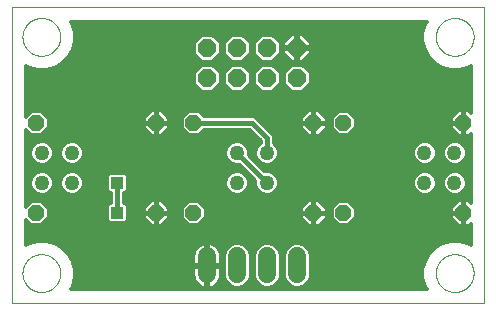
<source format=gtl>
G75*
%MOIN*%
%OFA0B0*%
%FSLAX25Y25*%
%IPPOS*%
%LPD*%
%AMOC8*
5,1,8,0,0,1.08239X$1,22.5*
%
%ADD10C,0.00000*%
%ADD11OC8,0.06000*%
%ADD12OC8,0.05200*%
%ADD13C,0.05000*%
%ADD14C,0.06000*%
%ADD15C,0.01000*%
%ADD16C,0.01600*%
%ADD17R,0.03962X0.03962*%
D10*
X0004948Y0001500D02*
X0004948Y0099925D01*
X0162428Y0099925D01*
X0162428Y0001500D01*
X0004948Y0001500D01*
X0008492Y0011343D02*
X0008494Y0011501D01*
X0008500Y0011659D01*
X0008510Y0011817D01*
X0008524Y0011975D01*
X0008542Y0012132D01*
X0008563Y0012289D01*
X0008589Y0012445D01*
X0008619Y0012601D01*
X0008652Y0012756D01*
X0008690Y0012909D01*
X0008731Y0013062D01*
X0008776Y0013214D01*
X0008825Y0013365D01*
X0008878Y0013514D01*
X0008934Y0013662D01*
X0008994Y0013808D01*
X0009058Y0013953D01*
X0009126Y0014096D01*
X0009197Y0014238D01*
X0009271Y0014378D01*
X0009349Y0014515D01*
X0009431Y0014651D01*
X0009515Y0014785D01*
X0009604Y0014916D01*
X0009695Y0015045D01*
X0009790Y0015172D01*
X0009887Y0015297D01*
X0009988Y0015419D01*
X0010092Y0015538D01*
X0010199Y0015655D01*
X0010309Y0015769D01*
X0010422Y0015880D01*
X0010537Y0015989D01*
X0010655Y0016094D01*
X0010776Y0016196D01*
X0010899Y0016296D01*
X0011025Y0016392D01*
X0011153Y0016485D01*
X0011283Y0016575D01*
X0011416Y0016661D01*
X0011551Y0016745D01*
X0011687Y0016824D01*
X0011826Y0016901D01*
X0011967Y0016973D01*
X0012109Y0017043D01*
X0012253Y0017108D01*
X0012399Y0017170D01*
X0012546Y0017228D01*
X0012695Y0017283D01*
X0012845Y0017334D01*
X0012996Y0017381D01*
X0013148Y0017424D01*
X0013301Y0017463D01*
X0013456Y0017499D01*
X0013611Y0017530D01*
X0013767Y0017558D01*
X0013923Y0017582D01*
X0014080Y0017602D01*
X0014238Y0017618D01*
X0014395Y0017630D01*
X0014554Y0017638D01*
X0014712Y0017642D01*
X0014870Y0017642D01*
X0015028Y0017638D01*
X0015187Y0017630D01*
X0015344Y0017618D01*
X0015502Y0017602D01*
X0015659Y0017582D01*
X0015815Y0017558D01*
X0015971Y0017530D01*
X0016126Y0017499D01*
X0016281Y0017463D01*
X0016434Y0017424D01*
X0016586Y0017381D01*
X0016737Y0017334D01*
X0016887Y0017283D01*
X0017036Y0017228D01*
X0017183Y0017170D01*
X0017329Y0017108D01*
X0017473Y0017043D01*
X0017615Y0016973D01*
X0017756Y0016901D01*
X0017895Y0016824D01*
X0018031Y0016745D01*
X0018166Y0016661D01*
X0018299Y0016575D01*
X0018429Y0016485D01*
X0018557Y0016392D01*
X0018683Y0016296D01*
X0018806Y0016196D01*
X0018927Y0016094D01*
X0019045Y0015989D01*
X0019160Y0015880D01*
X0019273Y0015769D01*
X0019383Y0015655D01*
X0019490Y0015538D01*
X0019594Y0015419D01*
X0019695Y0015297D01*
X0019792Y0015172D01*
X0019887Y0015045D01*
X0019978Y0014916D01*
X0020067Y0014785D01*
X0020151Y0014651D01*
X0020233Y0014515D01*
X0020311Y0014378D01*
X0020385Y0014238D01*
X0020456Y0014096D01*
X0020524Y0013953D01*
X0020588Y0013808D01*
X0020648Y0013662D01*
X0020704Y0013514D01*
X0020757Y0013365D01*
X0020806Y0013214D01*
X0020851Y0013062D01*
X0020892Y0012909D01*
X0020930Y0012756D01*
X0020963Y0012601D01*
X0020993Y0012445D01*
X0021019Y0012289D01*
X0021040Y0012132D01*
X0021058Y0011975D01*
X0021072Y0011817D01*
X0021082Y0011659D01*
X0021088Y0011501D01*
X0021090Y0011343D01*
X0021088Y0011185D01*
X0021082Y0011027D01*
X0021072Y0010869D01*
X0021058Y0010711D01*
X0021040Y0010554D01*
X0021019Y0010397D01*
X0020993Y0010241D01*
X0020963Y0010085D01*
X0020930Y0009930D01*
X0020892Y0009777D01*
X0020851Y0009624D01*
X0020806Y0009472D01*
X0020757Y0009321D01*
X0020704Y0009172D01*
X0020648Y0009024D01*
X0020588Y0008878D01*
X0020524Y0008733D01*
X0020456Y0008590D01*
X0020385Y0008448D01*
X0020311Y0008308D01*
X0020233Y0008171D01*
X0020151Y0008035D01*
X0020067Y0007901D01*
X0019978Y0007770D01*
X0019887Y0007641D01*
X0019792Y0007514D01*
X0019695Y0007389D01*
X0019594Y0007267D01*
X0019490Y0007148D01*
X0019383Y0007031D01*
X0019273Y0006917D01*
X0019160Y0006806D01*
X0019045Y0006697D01*
X0018927Y0006592D01*
X0018806Y0006490D01*
X0018683Y0006390D01*
X0018557Y0006294D01*
X0018429Y0006201D01*
X0018299Y0006111D01*
X0018166Y0006025D01*
X0018031Y0005941D01*
X0017895Y0005862D01*
X0017756Y0005785D01*
X0017615Y0005713D01*
X0017473Y0005643D01*
X0017329Y0005578D01*
X0017183Y0005516D01*
X0017036Y0005458D01*
X0016887Y0005403D01*
X0016737Y0005352D01*
X0016586Y0005305D01*
X0016434Y0005262D01*
X0016281Y0005223D01*
X0016126Y0005187D01*
X0015971Y0005156D01*
X0015815Y0005128D01*
X0015659Y0005104D01*
X0015502Y0005084D01*
X0015344Y0005068D01*
X0015187Y0005056D01*
X0015028Y0005048D01*
X0014870Y0005044D01*
X0014712Y0005044D01*
X0014554Y0005048D01*
X0014395Y0005056D01*
X0014238Y0005068D01*
X0014080Y0005084D01*
X0013923Y0005104D01*
X0013767Y0005128D01*
X0013611Y0005156D01*
X0013456Y0005187D01*
X0013301Y0005223D01*
X0013148Y0005262D01*
X0012996Y0005305D01*
X0012845Y0005352D01*
X0012695Y0005403D01*
X0012546Y0005458D01*
X0012399Y0005516D01*
X0012253Y0005578D01*
X0012109Y0005643D01*
X0011967Y0005713D01*
X0011826Y0005785D01*
X0011687Y0005862D01*
X0011551Y0005941D01*
X0011416Y0006025D01*
X0011283Y0006111D01*
X0011153Y0006201D01*
X0011025Y0006294D01*
X0010899Y0006390D01*
X0010776Y0006490D01*
X0010655Y0006592D01*
X0010537Y0006697D01*
X0010422Y0006806D01*
X0010309Y0006917D01*
X0010199Y0007031D01*
X0010092Y0007148D01*
X0009988Y0007267D01*
X0009887Y0007389D01*
X0009790Y0007514D01*
X0009695Y0007641D01*
X0009604Y0007770D01*
X0009515Y0007901D01*
X0009431Y0008035D01*
X0009349Y0008171D01*
X0009271Y0008308D01*
X0009197Y0008448D01*
X0009126Y0008590D01*
X0009058Y0008733D01*
X0008994Y0008878D01*
X0008934Y0009024D01*
X0008878Y0009172D01*
X0008825Y0009321D01*
X0008776Y0009472D01*
X0008731Y0009624D01*
X0008690Y0009777D01*
X0008652Y0009930D01*
X0008619Y0010085D01*
X0008589Y0010241D01*
X0008563Y0010397D01*
X0008542Y0010554D01*
X0008524Y0010711D01*
X0008510Y0010869D01*
X0008500Y0011027D01*
X0008494Y0011185D01*
X0008492Y0011343D01*
X0008492Y0090083D02*
X0008494Y0090241D01*
X0008500Y0090399D01*
X0008510Y0090557D01*
X0008524Y0090715D01*
X0008542Y0090872D01*
X0008563Y0091029D01*
X0008589Y0091185D01*
X0008619Y0091341D01*
X0008652Y0091496D01*
X0008690Y0091649D01*
X0008731Y0091802D01*
X0008776Y0091954D01*
X0008825Y0092105D01*
X0008878Y0092254D01*
X0008934Y0092402D01*
X0008994Y0092548D01*
X0009058Y0092693D01*
X0009126Y0092836D01*
X0009197Y0092978D01*
X0009271Y0093118D01*
X0009349Y0093255D01*
X0009431Y0093391D01*
X0009515Y0093525D01*
X0009604Y0093656D01*
X0009695Y0093785D01*
X0009790Y0093912D01*
X0009887Y0094037D01*
X0009988Y0094159D01*
X0010092Y0094278D01*
X0010199Y0094395D01*
X0010309Y0094509D01*
X0010422Y0094620D01*
X0010537Y0094729D01*
X0010655Y0094834D01*
X0010776Y0094936D01*
X0010899Y0095036D01*
X0011025Y0095132D01*
X0011153Y0095225D01*
X0011283Y0095315D01*
X0011416Y0095401D01*
X0011551Y0095485D01*
X0011687Y0095564D01*
X0011826Y0095641D01*
X0011967Y0095713D01*
X0012109Y0095783D01*
X0012253Y0095848D01*
X0012399Y0095910D01*
X0012546Y0095968D01*
X0012695Y0096023D01*
X0012845Y0096074D01*
X0012996Y0096121D01*
X0013148Y0096164D01*
X0013301Y0096203D01*
X0013456Y0096239D01*
X0013611Y0096270D01*
X0013767Y0096298D01*
X0013923Y0096322D01*
X0014080Y0096342D01*
X0014238Y0096358D01*
X0014395Y0096370D01*
X0014554Y0096378D01*
X0014712Y0096382D01*
X0014870Y0096382D01*
X0015028Y0096378D01*
X0015187Y0096370D01*
X0015344Y0096358D01*
X0015502Y0096342D01*
X0015659Y0096322D01*
X0015815Y0096298D01*
X0015971Y0096270D01*
X0016126Y0096239D01*
X0016281Y0096203D01*
X0016434Y0096164D01*
X0016586Y0096121D01*
X0016737Y0096074D01*
X0016887Y0096023D01*
X0017036Y0095968D01*
X0017183Y0095910D01*
X0017329Y0095848D01*
X0017473Y0095783D01*
X0017615Y0095713D01*
X0017756Y0095641D01*
X0017895Y0095564D01*
X0018031Y0095485D01*
X0018166Y0095401D01*
X0018299Y0095315D01*
X0018429Y0095225D01*
X0018557Y0095132D01*
X0018683Y0095036D01*
X0018806Y0094936D01*
X0018927Y0094834D01*
X0019045Y0094729D01*
X0019160Y0094620D01*
X0019273Y0094509D01*
X0019383Y0094395D01*
X0019490Y0094278D01*
X0019594Y0094159D01*
X0019695Y0094037D01*
X0019792Y0093912D01*
X0019887Y0093785D01*
X0019978Y0093656D01*
X0020067Y0093525D01*
X0020151Y0093391D01*
X0020233Y0093255D01*
X0020311Y0093118D01*
X0020385Y0092978D01*
X0020456Y0092836D01*
X0020524Y0092693D01*
X0020588Y0092548D01*
X0020648Y0092402D01*
X0020704Y0092254D01*
X0020757Y0092105D01*
X0020806Y0091954D01*
X0020851Y0091802D01*
X0020892Y0091649D01*
X0020930Y0091496D01*
X0020963Y0091341D01*
X0020993Y0091185D01*
X0021019Y0091029D01*
X0021040Y0090872D01*
X0021058Y0090715D01*
X0021072Y0090557D01*
X0021082Y0090399D01*
X0021088Y0090241D01*
X0021090Y0090083D01*
X0021088Y0089925D01*
X0021082Y0089767D01*
X0021072Y0089609D01*
X0021058Y0089451D01*
X0021040Y0089294D01*
X0021019Y0089137D01*
X0020993Y0088981D01*
X0020963Y0088825D01*
X0020930Y0088670D01*
X0020892Y0088517D01*
X0020851Y0088364D01*
X0020806Y0088212D01*
X0020757Y0088061D01*
X0020704Y0087912D01*
X0020648Y0087764D01*
X0020588Y0087618D01*
X0020524Y0087473D01*
X0020456Y0087330D01*
X0020385Y0087188D01*
X0020311Y0087048D01*
X0020233Y0086911D01*
X0020151Y0086775D01*
X0020067Y0086641D01*
X0019978Y0086510D01*
X0019887Y0086381D01*
X0019792Y0086254D01*
X0019695Y0086129D01*
X0019594Y0086007D01*
X0019490Y0085888D01*
X0019383Y0085771D01*
X0019273Y0085657D01*
X0019160Y0085546D01*
X0019045Y0085437D01*
X0018927Y0085332D01*
X0018806Y0085230D01*
X0018683Y0085130D01*
X0018557Y0085034D01*
X0018429Y0084941D01*
X0018299Y0084851D01*
X0018166Y0084765D01*
X0018031Y0084681D01*
X0017895Y0084602D01*
X0017756Y0084525D01*
X0017615Y0084453D01*
X0017473Y0084383D01*
X0017329Y0084318D01*
X0017183Y0084256D01*
X0017036Y0084198D01*
X0016887Y0084143D01*
X0016737Y0084092D01*
X0016586Y0084045D01*
X0016434Y0084002D01*
X0016281Y0083963D01*
X0016126Y0083927D01*
X0015971Y0083896D01*
X0015815Y0083868D01*
X0015659Y0083844D01*
X0015502Y0083824D01*
X0015344Y0083808D01*
X0015187Y0083796D01*
X0015028Y0083788D01*
X0014870Y0083784D01*
X0014712Y0083784D01*
X0014554Y0083788D01*
X0014395Y0083796D01*
X0014238Y0083808D01*
X0014080Y0083824D01*
X0013923Y0083844D01*
X0013767Y0083868D01*
X0013611Y0083896D01*
X0013456Y0083927D01*
X0013301Y0083963D01*
X0013148Y0084002D01*
X0012996Y0084045D01*
X0012845Y0084092D01*
X0012695Y0084143D01*
X0012546Y0084198D01*
X0012399Y0084256D01*
X0012253Y0084318D01*
X0012109Y0084383D01*
X0011967Y0084453D01*
X0011826Y0084525D01*
X0011687Y0084602D01*
X0011551Y0084681D01*
X0011416Y0084765D01*
X0011283Y0084851D01*
X0011153Y0084941D01*
X0011025Y0085034D01*
X0010899Y0085130D01*
X0010776Y0085230D01*
X0010655Y0085332D01*
X0010537Y0085437D01*
X0010422Y0085546D01*
X0010309Y0085657D01*
X0010199Y0085771D01*
X0010092Y0085888D01*
X0009988Y0086007D01*
X0009887Y0086129D01*
X0009790Y0086254D01*
X0009695Y0086381D01*
X0009604Y0086510D01*
X0009515Y0086641D01*
X0009431Y0086775D01*
X0009349Y0086911D01*
X0009271Y0087048D01*
X0009197Y0087188D01*
X0009126Y0087330D01*
X0009058Y0087473D01*
X0008994Y0087618D01*
X0008934Y0087764D01*
X0008878Y0087912D01*
X0008825Y0088061D01*
X0008776Y0088212D01*
X0008731Y0088364D01*
X0008690Y0088517D01*
X0008652Y0088670D01*
X0008619Y0088825D01*
X0008589Y0088981D01*
X0008563Y0089137D01*
X0008542Y0089294D01*
X0008524Y0089451D01*
X0008510Y0089609D01*
X0008500Y0089767D01*
X0008494Y0089925D01*
X0008492Y0090083D01*
X0146287Y0090083D02*
X0146289Y0090241D01*
X0146295Y0090399D01*
X0146305Y0090557D01*
X0146319Y0090715D01*
X0146337Y0090872D01*
X0146358Y0091029D01*
X0146384Y0091185D01*
X0146414Y0091341D01*
X0146447Y0091496D01*
X0146485Y0091649D01*
X0146526Y0091802D01*
X0146571Y0091954D01*
X0146620Y0092105D01*
X0146673Y0092254D01*
X0146729Y0092402D01*
X0146789Y0092548D01*
X0146853Y0092693D01*
X0146921Y0092836D01*
X0146992Y0092978D01*
X0147066Y0093118D01*
X0147144Y0093255D01*
X0147226Y0093391D01*
X0147310Y0093525D01*
X0147399Y0093656D01*
X0147490Y0093785D01*
X0147585Y0093912D01*
X0147682Y0094037D01*
X0147783Y0094159D01*
X0147887Y0094278D01*
X0147994Y0094395D01*
X0148104Y0094509D01*
X0148217Y0094620D01*
X0148332Y0094729D01*
X0148450Y0094834D01*
X0148571Y0094936D01*
X0148694Y0095036D01*
X0148820Y0095132D01*
X0148948Y0095225D01*
X0149078Y0095315D01*
X0149211Y0095401D01*
X0149346Y0095485D01*
X0149482Y0095564D01*
X0149621Y0095641D01*
X0149762Y0095713D01*
X0149904Y0095783D01*
X0150048Y0095848D01*
X0150194Y0095910D01*
X0150341Y0095968D01*
X0150490Y0096023D01*
X0150640Y0096074D01*
X0150791Y0096121D01*
X0150943Y0096164D01*
X0151096Y0096203D01*
X0151251Y0096239D01*
X0151406Y0096270D01*
X0151562Y0096298D01*
X0151718Y0096322D01*
X0151875Y0096342D01*
X0152033Y0096358D01*
X0152190Y0096370D01*
X0152349Y0096378D01*
X0152507Y0096382D01*
X0152665Y0096382D01*
X0152823Y0096378D01*
X0152982Y0096370D01*
X0153139Y0096358D01*
X0153297Y0096342D01*
X0153454Y0096322D01*
X0153610Y0096298D01*
X0153766Y0096270D01*
X0153921Y0096239D01*
X0154076Y0096203D01*
X0154229Y0096164D01*
X0154381Y0096121D01*
X0154532Y0096074D01*
X0154682Y0096023D01*
X0154831Y0095968D01*
X0154978Y0095910D01*
X0155124Y0095848D01*
X0155268Y0095783D01*
X0155410Y0095713D01*
X0155551Y0095641D01*
X0155690Y0095564D01*
X0155826Y0095485D01*
X0155961Y0095401D01*
X0156094Y0095315D01*
X0156224Y0095225D01*
X0156352Y0095132D01*
X0156478Y0095036D01*
X0156601Y0094936D01*
X0156722Y0094834D01*
X0156840Y0094729D01*
X0156955Y0094620D01*
X0157068Y0094509D01*
X0157178Y0094395D01*
X0157285Y0094278D01*
X0157389Y0094159D01*
X0157490Y0094037D01*
X0157587Y0093912D01*
X0157682Y0093785D01*
X0157773Y0093656D01*
X0157862Y0093525D01*
X0157946Y0093391D01*
X0158028Y0093255D01*
X0158106Y0093118D01*
X0158180Y0092978D01*
X0158251Y0092836D01*
X0158319Y0092693D01*
X0158383Y0092548D01*
X0158443Y0092402D01*
X0158499Y0092254D01*
X0158552Y0092105D01*
X0158601Y0091954D01*
X0158646Y0091802D01*
X0158687Y0091649D01*
X0158725Y0091496D01*
X0158758Y0091341D01*
X0158788Y0091185D01*
X0158814Y0091029D01*
X0158835Y0090872D01*
X0158853Y0090715D01*
X0158867Y0090557D01*
X0158877Y0090399D01*
X0158883Y0090241D01*
X0158885Y0090083D01*
X0158883Y0089925D01*
X0158877Y0089767D01*
X0158867Y0089609D01*
X0158853Y0089451D01*
X0158835Y0089294D01*
X0158814Y0089137D01*
X0158788Y0088981D01*
X0158758Y0088825D01*
X0158725Y0088670D01*
X0158687Y0088517D01*
X0158646Y0088364D01*
X0158601Y0088212D01*
X0158552Y0088061D01*
X0158499Y0087912D01*
X0158443Y0087764D01*
X0158383Y0087618D01*
X0158319Y0087473D01*
X0158251Y0087330D01*
X0158180Y0087188D01*
X0158106Y0087048D01*
X0158028Y0086911D01*
X0157946Y0086775D01*
X0157862Y0086641D01*
X0157773Y0086510D01*
X0157682Y0086381D01*
X0157587Y0086254D01*
X0157490Y0086129D01*
X0157389Y0086007D01*
X0157285Y0085888D01*
X0157178Y0085771D01*
X0157068Y0085657D01*
X0156955Y0085546D01*
X0156840Y0085437D01*
X0156722Y0085332D01*
X0156601Y0085230D01*
X0156478Y0085130D01*
X0156352Y0085034D01*
X0156224Y0084941D01*
X0156094Y0084851D01*
X0155961Y0084765D01*
X0155826Y0084681D01*
X0155690Y0084602D01*
X0155551Y0084525D01*
X0155410Y0084453D01*
X0155268Y0084383D01*
X0155124Y0084318D01*
X0154978Y0084256D01*
X0154831Y0084198D01*
X0154682Y0084143D01*
X0154532Y0084092D01*
X0154381Y0084045D01*
X0154229Y0084002D01*
X0154076Y0083963D01*
X0153921Y0083927D01*
X0153766Y0083896D01*
X0153610Y0083868D01*
X0153454Y0083844D01*
X0153297Y0083824D01*
X0153139Y0083808D01*
X0152982Y0083796D01*
X0152823Y0083788D01*
X0152665Y0083784D01*
X0152507Y0083784D01*
X0152349Y0083788D01*
X0152190Y0083796D01*
X0152033Y0083808D01*
X0151875Y0083824D01*
X0151718Y0083844D01*
X0151562Y0083868D01*
X0151406Y0083896D01*
X0151251Y0083927D01*
X0151096Y0083963D01*
X0150943Y0084002D01*
X0150791Y0084045D01*
X0150640Y0084092D01*
X0150490Y0084143D01*
X0150341Y0084198D01*
X0150194Y0084256D01*
X0150048Y0084318D01*
X0149904Y0084383D01*
X0149762Y0084453D01*
X0149621Y0084525D01*
X0149482Y0084602D01*
X0149346Y0084681D01*
X0149211Y0084765D01*
X0149078Y0084851D01*
X0148948Y0084941D01*
X0148820Y0085034D01*
X0148694Y0085130D01*
X0148571Y0085230D01*
X0148450Y0085332D01*
X0148332Y0085437D01*
X0148217Y0085546D01*
X0148104Y0085657D01*
X0147994Y0085771D01*
X0147887Y0085888D01*
X0147783Y0086007D01*
X0147682Y0086129D01*
X0147585Y0086254D01*
X0147490Y0086381D01*
X0147399Y0086510D01*
X0147310Y0086641D01*
X0147226Y0086775D01*
X0147144Y0086911D01*
X0147066Y0087048D01*
X0146992Y0087188D01*
X0146921Y0087330D01*
X0146853Y0087473D01*
X0146789Y0087618D01*
X0146729Y0087764D01*
X0146673Y0087912D01*
X0146620Y0088061D01*
X0146571Y0088212D01*
X0146526Y0088364D01*
X0146485Y0088517D01*
X0146447Y0088670D01*
X0146414Y0088825D01*
X0146384Y0088981D01*
X0146358Y0089137D01*
X0146337Y0089294D01*
X0146319Y0089451D01*
X0146305Y0089609D01*
X0146295Y0089767D01*
X0146289Y0089925D01*
X0146287Y0090083D01*
X0146287Y0011343D02*
X0146289Y0011501D01*
X0146295Y0011659D01*
X0146305Y0011817D01*
X0146319Y0011975D01*
X0146337Y0012132D01*
X0146358Y0012289D01*
X0146384Y0012445D01*
X0146414Y0012601D01*
X0146447Y0012756D01*
X0146485Y0012909D01*
X0146526Y0013062D01*
X0146571Y0013214D01*
X0146620Y0013365D01*
X0146673Y0013514D01*
X0146729Y0013662D01*
X0146789Y0013808D01*
X0146853Y0013953D01*
X0146921Y0014096D01*
X0146992Y0014238D01*
X0147066Y0014378D01*
X0147144Y0014515D01*
X0147226Y0014651D01*
X0147310Y0014785D01*
X0147399Y0014916D01*
X0147490Y0015045D01*
X0147585Y0015172D01*
X0147682Y0015297D01*
X0147783Y0015419D01*
X0147887Y0015538D01*
X0147994Y0015655D01*
X0148104Y0015769D01*
X0148217Y0015880D01*
X0148332Y0015989D01*
X0148450Y0016094D01*
X0148571Y0016196D01*
X0148694Y0016296D01*
X0148820Y0016392D01*
X0148948Y0016485D01*
X0149078Y0016575D01*
X0149211Y0016661D01*
X0149346Y0016745D01*
X0149482Y0016824D01*
X0149621Y0016901D01*
X0149762Y0016973D01*
X0149904Y0017043D01*
X0150048Y0017108D01*
X0150194Y0017170D01*
X0150341Y0017228D01*
X0150490Y0017283D01*
X0150640Y0017334D01*
X0150791Y0017381D01*
X0150943Y0017424D01*
X0151096Y0017463D01*
X0151251Y0017499D01*
X0151406Y0017530D01*
X0151562Y0017558D01*
X0151718Y0017582D01*
X0151875Y0017602D01*
X0152033Y0017618D01*
X0152190Y0017630D01*
X0152349Y0017638D01*
X0152507Y0017642D01*
X0152665Y0017642D01*
X0152823Y0017638D01*
X0152982Y0017630D01*
X0153139Y0017618D01*
X0153297Y0017602D01*
X0153454Y0017582D01*
X0153610Y0017558D01*
X0153766Y0017530D01*
X0153921Y0017499D01*
X0154076Y0017463D01*
X0154229Y0017424D01*
X0154381Y0017381D01*
X0154532Y0017334D01*
X0154682Y0017283D01*
X0154831Y0017228D01*
X0154978Y0017170D01*
X0155124Y0017108D01*
X0155268Y0017043D01*
X0155410Y0016973D01*
X0155551Y0016901D01*
X0155690Y0016824D01*
X0155826Y0016745D01*
X0155961Y0016661D01*
X0156094Y0016575D01*
X0156224Y0016485D01*
X0156352Y0016392D01*
X0156478Y0016296D01*
X0156601Y0016196D01*
X0156722Y0016094D01*
X0156840Y0015989D01*
X0156955Y0015880D01*
X0157068Y0015769D01*
X0157178Y0015655D01*
X0157285Y0015538D01*
X0157389Y0015419D01*
X0157490Y0015297D01*
X0157587Y0015172D01*
X0157682Y0015045D01*
X0157773Y0014916D01*
X0157862Y0014785D01*
X0157946Y0014651D01*
X0158028Y0014515D01*
X0158106Y0014378D01*
X0158180Y0014238D01*
X0158251Y0014096D01*
X0158319Y0013953D01*
X0158383Y0013808D01*
X0158443Y0013662D01*
X0158499Y0013514D01*
X0158552Y0013365D01*
X0158601Y0013214D01*
X0158646Y0013062D01*
X0158687Y0012909D01*
X0158725Y0012756D01*
X0158758Y0012601D01*
X0158788Y0012445D01*
X0158814Y0012289D01*
X0158835Y0012132D01*
X0158853Y0011975D01*
X0158867Y0011817D01*
X0158877Y0011659D01*
X0158883Y0011501D01*
X0158885Y0011343D01*
X0158883Y0011185D01*
X0158877Y0011027D01*
X0158867Y0010869D01*
X0158853Y0010711D01*
X0158835Y0010554D01*
X0158814Y0010397D01*
X0158788Y0010241D01*
X0158758Y0010085D01*
X0158725Y0009930D01*
X0158687Y0009777D01*
X0158646Y0009624D01*
X0158601Y0009472D01*
X0158552Y0009321D01*
X0158499Y0009172D01*
X0158443Y0009024D01*
X0158383Y0008878D01*
X0158319Y0008733D01*
X0158251Y0008590D01*
X0158180Y0008448D01*
X0158106Y0008308D01*
X0158028Y0008171D01*
X0157946Y0008035D01*
X0157862Y0007901D01*
X0157773Y0007770D01*
X0157682Y0007641D01*
X0157587Y0007514D01*
X0157490Y0007389D01*
X0157389Y0007267D01*
X0157285Y0007148D01*
X0157178Y0007031D01*
X0157068Y0006917D01*
X0156955Y0006806D01*
X0156840Y0006697D01*
X0156722Y0006592D01*
X0156601Y0006490D01*
X0156478Y0006390D01*
X0156352Y0006294D01*
X0156224Y0006201D01*
X0156094Y0006111D01*
X0155961Y0006025D01*
X0155826Y0005941D01*
X0155690Y0005862D01*
X0155551Y0005785D01*
X0155410Y0005713D01*
X0155268Y0005643D01*
X0155124Y0005578D01*
X0154978Y0005516D01*
X0154831Y0005458D01*
X0154682Y0005403D01*
X0154532Y0005352D01*
X0154381Y0005305D01*
X0154229Y0005262D01*
X0154076Y0005223D01*
X0153921Y0005187D01*
X0153766Y0005156D01*
X0153610Y0005128D01*
X0153454Y0005104D01*
X0153297Y0005084D01*
X0153139Y0005068D01*
X0152982Y0005056D01*
X0152823Y0005048D01*
X0152665Y0005044D01*
X0152507Y0005044D01*
X0152349Y0005048D01*
X0152190Y0005056D01*
X0152033Y0005068D01*
X0151875Y0005084D01*
X0151718Y0005104D01*
X0151562Y0005128D01*
X0151406Y0005156D01*
X0151251Y0005187D01*
X0151096Y0005223D01*
X0150943Y0005262D01*
X0150791Y0005305D01*
X0150640Y0005352D01*
X0150490Y0005403D01*
X0150341Y0005458D01*
X0150194Y0005516D01*
X0150048Y0005578D01*
X0149904Y0005643D01*
X0149762Y0005713D01*
X0149621Y0005785D01*
X0149482Y0005862D01*
X0149346Y0005941D01*
X0149211Y0006025D01*
X0149078Y0006111D01*
X0148948Y0006201D01*
X0148820Y0006294D01*
X0148694Y0006390D01*
X0148571Y0006490D01*
X0148450Y0006592D01*
X0148332Y0006697D01*
X0148217Y0006806D01*
X0148104Y0006917D01*
X0147994Y0007031D01*
X0147887Y0007148D01*
X0147783Y0007267D01*
X0147682Y0007389D01*
X0147585Y0007514D01*
X0147490Y0007641D01*
X0147399Y0007770D01*
X0147310Y0007901D01*
X0147226Y0008035D01*
X0147144Y0008171D01*
X0147066Y0008308D01*
X0146992Y0008448D01*
X0146921Y0008590D01*
X0146853Y0008733D01*
X0146789Y0008878D01*
X0146729Y0009024D01*
X0146673Y0009172D01*
X0146620Y0009321D01*
X0146571Y0009472D01*
X0146526Y0009624D01*
X0146485Y0009777D01*
X0146447Y0009930D01*
X0146414Y0010085D01*
X0146384Y0010241D01*
X0146358Y0010397D01*
X0146337Y0010554D01*
X0146319Y0010711D01*
X0146305Y0010869D01*
X0146295Y0011027D01*
X0146289Y0011185D01*
X0146287Y0011343D01*
D11*
X0099948Y0076500D03*
X0089948Y0076500D03*
X0079948Y0076500D03*
X0069948Y0076500D03*
X0069948Y0086500D03*
X0079948Y0086500D03*
X0089948Y0086500D03*
X0099948Y0086500D03*
D12*
X0105448Y0061500D03*
X0115448Y0061500D03*
X0155448Y0061500D03*
X0155448Y0031500D03*
X0115448Y0031500D03*
X0105448Y0031500D03*
X0065448Y0031500D03*
X0052948Y0031500D03*
X0012948Y0031500D03*
X0012948Y0061500D03*
X0052948Y0061500D03*
X0065448Y0061500D03*
D13*
X0079948Y0051500D03*
X0089948Y0051500D03*
X0089948Y0041500D03*
X0079948Y0041500D03*
X0024948Y0041500D03*
X0014948Y0041500D03*
X0014948Y0051500D03*
X0024948Y0051500D03*
X0142448Y0051500D03*
X0152448Y0051500D03*
X0152448Y0041500D03*
X0142448Y0041500D03*
D14*
X0099948Y0017000D02*
X0099948Y0011000D01*
X0089948Y0011000D02*
X0089948Y0017000D01*
X0079948Y0017000D02*
X0079948Y0011000D01*
X0069948Y0011000D02*
X0069948Y0017000D01*
D15*
X0069448Y0017476D02*
X0070448Y0017476D01*
X0070448Y0016478D02*
X0069448Y0016478D01*
X0069448Y0015479D02*
X0070448Y0015479D01*
X0070448Y0014500D02*
X0069448Y0014500D01*
X0069448Y0013500D01*
X0065448Y0013500D01*
X0065448Y0010646D01*
X0065559Y0009946D01*
X0065778Y0009273D01*
X0066099Y0008641D01*
X0066516Y0008068D01*
X0067016Y0007568D01*
X0067590Y0007151D01*
X0068221Y0006830D01*
X0068894Y0006611D01*
X0069448Y0006523D01*
X0069448Y0013500D01*
X0070448Y0013500D01*
X0070448Y0006523D01*
X0071002Y0006611D01*
X0071675Y0006830D01*
X0072307Y0007151D01*
X0072880Y0007568D01*
X0073380Y0008068D01*
X0073797Y0008641D01*
X0074118Y0009273D01*
X0074337Y0009946D01*
X0074448Y0010646D01*
X0074448Y0013500D01*
X0070448Y0013500D01*
X0070448Y0014500D01*
X0070448Y0021477D01*
X0071002Y0021389D01*
X0071675Y0021170D01*
X0072307Y0020849D01*
X0072880Y0020432D01*
X0073380Y0019932D01*
X0073797Y0019359D01*
X0074118Y0018727D01*
X0074337Y0018054D01*
X0074448Y0017354D01*
X0074448Y0014500D01*
X0070448Y0014500D01*
X0070448Y0014481D02*
X0075648Y0014481D01*
X0075648Y0015479D02*
X0074448Y0015479D01*
X0074448Y0016478D02*
X0075648Y0016478D01*
X0075648Y0017476D02*
X0074429Y0017476D01*
X0074200Y0018475D02*
X0075905Y0018475D01*
X0075648Y0017855D02*
X0076303Y0019436D01*
X0077512Y0020645D01*
X0079093Y0021300D01*
X0080803Y0021300D01*
X0082384Y0020645D01*
X0083593Y0019436D01*
X0084248Y0017855D01*
X0084248Y0010145D01*
X0083593Y0008564D01*
X0082384Y0007355D01*
X0080803Y0006700D01*
X0079093Y0006700D01*
X0077512Y0007355D01*
X0076303Y0008564D01*
X0075648Y0010145D01*
X0075648Y0017855D01*
X0076340Y0019473D02*
X0073713Y0019473D01*
X0072825Y0020472D02*
X0077339Y0020472D01*
X0082557Y0020472D02*
X0087339Y0020472D01*
X0087512Y0020645D02*
X0086303Y0019436D01*
X0085648Y0017855D01*
X0085648Y0010145D01*
X0086303Y0008564D01*
X0087512Y0007355D01*
X0089093Y0006700D01*
X0090803Y0006700D01*
X0092384Y0007355D01*
X0093593Y0008564D01*
X0094248Y0010145D01*
X0094248Y0017855D01*
X0093593Y0019436D01*
X0092384Y0020645D01*
X0090803Y0021300D01*
X0089093Y0021300D01*
X0087512Y0020645D01*
X0086340Y0019473D02*
X0083556Y0019473D01*
X0083991Y0018475D02*
X0085905Y0018475D01*
X0085648Y0017476D02*
X0084248Y0017476D01*
X0084248Y0016478D02*
X0085648Y0016478D01*
X0085648Y0015479D02*
X0084248Y0015479D01*
X0084248Y0014481D02*
X0085648Y0014481D01*
X0085648Y0013482D02*
X0084248Y0013482D01*
X0084248Y0012484D02*
X0085648Y0012484D01*
X0085648Y0011485D02*
X0084248Y0011485D01*
X0084248Y0010487D02*
X0085648Y0010487D01*
X0085920Y0009488D02*
X0083976Y0009488D01*
X0083519Y0008490D02*
X0086377Y0008490D01*
X0087376Y0007491D02*
X0082520Y0007491D01*
X0077376Y0007491D02*
X0072774Y0007491D01*
X0073686Y0008490D02*
X0076377Y0008490D01*
X0075920Y0009488D02*
X0074188Y0009488D01*
X0074423Y0010487D02*
X0075648Y0010487D01*
X0075648Y0011485D02*
X0074448Y0011485D01*
X0074448Y0012484D02*
X0075648Y0012484D01*
X0075648Y0013482D02*
X0074448Y0013482D01*
X0070448Y0013482D02*
X0069448Y0013482D01*
X0069448Y0012484D02*
X0070448Y0012484D01*
X0070448Y0011485D02*
X0069448Y0011485D01*
X0069448Y0010487D02*
X0070448Y0010487D01*
X0070448Y0009488D02*
X0069448Y0009488D01*
X0069448Y0008490D02*
X0070448Y0008490D01*
X0070448Y0007491D02*
X0069448Y0007491D01*
X0067122Y0007491D02*
X0024939Y0007491D01*
X0024854Y0007174D02*
X0025590Y0009921D01*
X0025590Y0012764D01*
X0024854Y0015511D01*
X0023432Y0017973D01*
X0021421Y0019984D01*
X0018959Y0021406D01*
X0016212Y0022142D01*
X0013369Y0022142D01*
X0010622Y0021406D01*
X0009448Y0020728D01*
X0009448Y0029485D01*
X0011333Y0027600D01*
X0014563Y0027600D01*
X0016848Y0029885D01*
X0016848Y0033115D01*
X0014563Y0035400D01*
X0011333Y0035400D01*
X0009448Y0033515D01*
X0009448Y0059485D01*
X0011333Y0057600D01*
X0014563Y0057600D01*
X0016848Y0059885D01*
X0016848Y0063115D01*
X0014563Y0065400D01*
X0011333Y0065400D01*
X0009448Y0063515D01*
X0009448Y0080697D01*
X0010622Y0080019D01*
X0013369Y0079283D01*
X0016212Y0079283D01*
X0018959Y0080019D01*
X0021421Y0081441D01*
X0023432Y0083452D01*
X0024854Y0085914D01*
X0025590Y0088661D01*
X0025590Y0091504D01*
X0024854Y0094251D01*
X0024176Y0095425D01*
X0143200Y0095425D01*
X0142523Y0094251D01*
X0141787Y0091504D01*
X0141787Y0088661D01*
X0142523Y0085914D01*
X0143944Y0083452D01*
X0145955Y0081441D01*
X0148417Y0080019D01*
X0151164Y0079283D01*
X0154008Y0079283D01*
X0156754Y0080019D01*
X0157928Y0080697D01*
X0157928Y0064818D01*
X0157146Y0065600D01*
X0155748Y0065600D01*
X0155748Y0061800D01*
X0155148Y0061800D01*
X0155148Y0061200D01*
X0151348Y0061200D01*
X0151348Y0059802D01*
X0153750Y0057400D01*
X0155148Y0057400D01*
X0155148Y0061200D01*
X0155748Y0061200D01*
X0155748Y0057400D01*
X0157146Y0057400D01*
X0157928Y0058182D01*
X0157928Y0034818D01*
X0157146Y0035600D01*
X0155748Y0035600D01*
X0155748Y0031800D01*
X0155148Y0031800D01*
X0155148Y0031200D01*
X0151348Y0031200D01*
X0151348Y0029802D01*
X0153750Y0027400D01*
X0155148Y0027400D01*
X0155148Y0031200D01*
X0155748Y0031200D01*
X0155748Y0027400D01*
X0157146Y0027400D01*
X0157928Y0028182D01*
X0157928Y0020728D01*
X0156754Y0021406D01*
X0154008Y0022142D01*
X0151164Y0022142D01*
X0148417Y0021406D01*
X0145955Y0019984D01*
X0143944Y0017973D01*
X0142523Y0015511D01*
X0141787Y0012764D01*
X0141787Y0009921D01*
X0142523Y0007174D01*
X0143200Y0006000D01*
X0024176Y0006000D01*
X0024854Y0007174D01*
X0024460Y0006493D02*
X0142916Y0006493D01*
X0142438Y0007491D02*
X0102520Y0007491D01*
X0102384Y0007355D02*
X0103593Y0008564D01*
X0104248Y0010145D01*
X0104248Y0017855D01*
X0103593Y0019436D01*
X0102384Y0020645D01*
X0100803Y0021300D01*
X0099093Y0021300D01*
X0097512Y0020645D01*
X0096303Y0019436D01*
X0095648Y0017855D01*
X0095648Y0010145D01*
X0096303Y0008564D01*
X0097512Y0007355D01*
X0099093Y0006700D01*
X0100803Y0006700D01*
X0102384Y0007355D01*
X0103519Y0008490D02*
X0142170Y0008490D01*
X0141903Y0009488D02*
X0103976Y0009488D01*
X0104248Y0010487D02*
X0141787Y0010487D01*
X0141787Y0011485D02*
X0104248Y0011485D01*
X0104248Y0012484D02*
X0141787Y0012484D01*
X0141979Y0013482D02*
X0104248Y0013482D01*
X0104248Y0014481D02*
X0142247Y0014481D01*
X0142514Y0015479D02*
X0104248Y0015479D01*
X0104248Y0016478D02*
X0143081Y0016478D01*
X0143657Y0017476D02*
X0104248Y0017476D01*
X0103991Y0018475D02*
X0144446Y0018475D01*
X0145444Y0019473D02*
X0103556Y0019473D01*
X0102557Y0020472D02*
X0146800Y0020472D01*
X0148658Y0021470D02*
X0070490Y0021470D01*
X0070448Y0021470D02*
X0069448Y0021470D01*
X0069448Y0021477D02*
X0068894Y0021389D01*
X0068221Y0021170D01*
X0067590Y0020849D01*
X0067016Y0020432D01*
X0066516Y0019932D01*
X0066099Y0019359D01*
X0065778Y0018727D01*
X0065559Y0018054D01*
X0065448Y0017354D01*
X0065448Y0014500D01*
X0069448Y0014500D01*
X0069448Y0021477D01*
X0069406Y0021470D02*
X0018718Y0021470D01*
X0020577Y0020472D02*
X0067071Y0020472D01*
X0066183Y0019473D02*
X0021932Y0019473D01*
X0022931Y0018475D02*
X0065696Y0018475D01*
X0065467Y0017476D02*
X0023719Y0017476D01*
X0024296Y0016478D02*
X0065448Y0016478D01*
X0065448Y0015479D02*
X0024862Y0015479D01*
X0025130Y0014481D02*
X0069448Y0014481D01*
X0065448Y0013482D02*
X0025397Y0013482D01*
X0025590Y0012484D02*
X0065448Y0012484D01*
X0065448Y0011485D02*
X0025590Y0011485D01*
X0025590Y0010487D02*
X0065473Y0010487D01*
X0065708Y0009488D02*
X0025474Y0009488D01*
X0025206Y0008490D02*
X0066210Y0008490D01*
X0069448Y0018475D02*
X0070448Y0018475D01*
X0070448Y0019473D02*
X0069448Y0019473D01*
X0069448Y0020472D02*
X0070448Y0020472D01*
X0067063Y0027600D02*
X0063833Y0027600D01*
X0061548Y0029885D01*
X0061548Y0033115D01*
X0063833Y0035400D01*
X0067063Y0035400D01*
X0069348Y0033115D01*
X0069348Y0029885D01*
X0067063Y0027600D01*
X0067923Y0028460D02*
X0102690Y0028460D01*
X0101691Y0029458D02*
X0068922Y0029458D01*
X0069348Y0030457D02*
X0101348Y0030457D01*
X0101348Y0029802D02*
X0103750Y0027400D01*
X0105148Y0027400D01*
X0105148Y0031200D01*
X0101348Y0031200D01*
X0101348Y0029802D01*
X0101348Y0031800D02*
X0105148Y0031800D01*
X0105148Y0031200D01*
X0105748Y0031200D01*
X0105748Y0027400D01*
X0107146Y0027400D01*
X0109548Y0029802D01*
X0109548Y0031200D01*
X0105748Y0031200D01*
X0105748Y0031800D01*
X0105148Y0031800D01*
X0105148Y0035600D01*
X0103750Y0035600D01*
X0101348Y0033198D01*
X0101348Y0031800D01*
X0101348Y0032454D02*
X0069348Y0032454D01*
X0069348Y0031455D02*
X0105148Y0031455D01*
X0105748Y0031455D02*
X0111548Y0031455D01*
X0111548Y0030457D02*
X0109548Y0030457D01*
X0109205Y0029458D02*
X0111974Y0029458D01*
X0111548Y0029885D02*
X0113833Y0027600D01*
X0117063Y0027600D01*
X0119348Y0029885D01*
X0119348Y0033115D01*
X0117063Y0035400D01*
X0113833Y0035400D01*
X0111548Y0033115D01*
X0111548Y0029885D01*
X0112973Y0028460D02*
X0108206Y0028460D01*
X0107208Y0027461D02*
X0153688Y0027461D01*
X0152690Y0028460D02*
X0117923Y0028460D01*
X0118922Y0029458D02*
X0151691Y0029458D01*
X0151348Y0030457D02*
X0119348Y0030457D01*
X0119348Y0031455D02*
X0155148Y0031455D01*
X0155148Y0031800D02*
X0151348Y0031800D01*
X0151348Y0033198D01*
X0153750Y0035600D01*
X0155148Y0035600D01*
X0155148Y0031800D01*
X0155148Y0032454D02*
X0155748Y0032454D01*
X0155748Y0033452D02*
X0155148Y0033452D01*
X0155148Y0034451D02*
X0155748Y0034451D01*
X0155748Y0035449D02*
X0155148Y0035449D01*
X0153599Y0035449D02*
X0107297Y0035449D01*
X0107146Y0035600D02*
X0105748Y0035600D01*
X0105748Y0031800D01*
X0109548Y0031800D01*
X0109548Y0033198D01*
X0107146Y0035600D01*
X0105748Y0035449D02*
X0105148Y0035449D01*
X0105148Y0034451D02*
X0105748Y0034451D01*
X0105748Y0033452D02*
X0105148Y0033452D01*
X0105148Y0032454D02*
X0105748Y0032454D01*
X0105748Y0030457D02*
X0105148Y0030457D01*
X0105148Y0029458D02*
X0105748Y0029458D01*
X0105748Y0028460D02*
X0105148Y0028460D01*
X0105148Y0027461D02*
X0105748Y0027461D01*
X0103688Y0027461D02*
X0054708Y0027461D01*
X0054646Y0027400D02*
X0053248Y0027400D01*
X0053248Y0031200D01*
X0052648Y0031200D01*
X0048848Y0031200D01*
X0048848Y0029802D01*
X0051250Y0027400D01*
X0052648Y0027400D01*
X0052648Y0031200D01*
X0052648Y0031800D01*
X0048848Y0031800D01*
X0048848Y0033198D01*
X0051250Y0035600D01*
X0052648Y0035600D01*
X0052648Y0031800D01*
X0053248Y0031800D01*
X0053248Y0035600D01*
X0054646Y0035600D01*
X0057048Y0033198D01*
X0057048Y0031800D01*
X0053248Y0031800D01*
X0053248Y0031200D01*
X0057048Y0031200D01*
X0057048Y0029802D01*
X0054646Y0027400D01*
X0053248Y0027461D02*
X0052648Y0027461D01*
X0052648Y0028460D02*
X0053248Y0028460D01*
X0053248Y0029458D02*
X0052648Y0029458D01*
X0052648Y0030457D02*
X0053248Y0030457D01*
X0053248Y0031455D02*
X0061548Y0031455D01*
X0061548Y0030457D02*
X0057048Y0030457D01*
X0056705Y0029458D02*
X0061974Y0029458D01*
X0062973Y0028460D02*
X0055706Y0028460D01*
X0051188Y0027461D02*
X0009448Y0027461D01*
X0009448Y0026463D02*
X0157928Y0026463D01*
X0157928Y0027461D02*
X0157208Y0027461D01*
X0155748Y0027461D02*
X0155148Y0027461D01*
X0155148Y0028460D02*
X0155748Y0028460D01*
X0155748Y0029458D02*
X0155148Y0029458D01*
X0155148Y0030457D02*
X0155748Y0030457D01*
X0151348Y0032454D02*
X0119348Y0032454D01*
X0119011Y0033452D02*
X0151602Y0033452D01*
X0152601Y0034451D02*
X0118013Y0034451D01*
X0112883Y0034451D02*
X0108295Y0034451D01*
X0109294Y0033452D02*
X0111885Y0033452D01*
X0111548Y0032454D02*
X0109548Y0032454D01*
X0103599Y0035449D02*
X0054797Y0035449D01*
X0055795Y0034451D02*
X0062883Y0034451D01*
X0061885Y0033452D02*
X0056794Y0033452D01*
X0057048Y0032454D02*
X0061548Y0032454D01*
X0068013Y0034451D02*
X0102601Y0034451D01*
X0101602Y0033452D02*
X0069011Y0033452D01*
X0076727Y0039347D02*
X0077795Y0038279D01*
X0079192Y0037700D01*
X0080704Y0037700D01*
X0082101Y0038279D01*
X0083170Y0039347D01*
X0083748Y0040744D01*
X0083748Y0042256D01*
X0083170Y0043653D01*
X0082101Y0044721D01*
X0080704Y0045300D01*
X0079192Y0045300D01*
X0077795Y0044721D01*
X0076727Y0043653D01*
X0076148Y0042256D01*
X0076148Y0040744D01*
X0076727Y0039347D01*
X0076687Y0039443D02*
X0043229Y0039443D01*
X0043229Y0038980D02*
X0043229Y0044020D01*
X0042468Y0044781D01*
X0037428Y0044781D01*
X0036667Y0044020D01*
X0036667Y0038980D01*
X0037428Y0038219D01*
X0037848Y0038219D01*
X0037848Y0034781D01*
X0037428Y0034781D01*
X0036667Y0034020D01*
X0036667Y0028980D01*
X0037428Y0028219D01*
X0042468Y0028219D01*
X0043229Y0028980D01*
X0043229Y0034020D01*
X0042468Y0034781D01*
X0042048Y0034781D01*
X0042048Y0038219D01*
X0042468Y0038219D01*
X0043229Y0038980D01*
X0042694Y0038445D02*
X0077629Y0038445D01*
X0076273Y0040442D02*
X0043229Y0040442D01*
X0043229Y0041440D02*
X0076148Y0041440D01*
X0076224Y0042439D02*
X0043229Y0042439D01*
X0043229Y0043437D02*
X0076637Y0043437D01*
X0077510Y0044436D02*
X0042813Y0044436D01*
X0037083Y0044436D02*
X0027386Y0044436D01*
X0027101Y0044721D02*
X0025704Y0045300D01*
X0024192Y0045300D01*
X0022795Y0044721D01*
X0021727Y0043653D01*
X0021148Y0042256D01*
X0021148Y0040744D01*
X0021727Y0039347D01*
X0022795Y0038279D01*
X0024192Y0037700D01*
X0025704Y0037700D01*
X0027101Y0038279D01*
X0028170Y0039347D01*
X0028748Y0040744D01*
X0028748Y0042256D01*
X0028170Y0043653D01*
X0027101Y0044721D01*
X0028259Y0043437D02*
X0036667Y0043437D01*
X0036667Y0042439D02*
X0028672Y0042439D01*
X0028748Y0041440D02*
X0036667Y0041440D01*
X0036667Y0040442D02*
X0028623Y0040442D01*
X0028209Y0039443D02*
X0036667Y0039443D01*
X0037202Y0038445D02*
X0027267Y0038445D01*
X0022629Y0038445D02*
X0017267Y0038445D01*
X0017101Y0038279D02*
X0018170Y0039347D01*
X0018748Y0040744D01*
X0018748Y0042256D01*
X0018170Y0043653D01*
X0017101Y0044721D01*
X0015704Y0045300D01*
X0014192Y0045300D01*
X0012795Y0044721D01*
X0011727Y0043653D01*
X0011148Y0042256D01*
X0011148Y0040744D01*
X0011727Y0039347D01*
X0012795Y0038279D01*
X0014192Y0037700D01*
X0015704Y0037700D01*
X0017101Y0038279D01*
X0018209Y0039443D02*
X0021687Y0039443D01*
X0021273Y0040442D02*
X0018623Y0040442D01*
X0018748Y0041440D02*
X0021148Y0041440D01*
X0021224Y0042439D02*
X0018672Y0042439D01*
X0018259Y0043437D02*
X0021637Y0043437D01*
X0022510Y0044436D02*
X0017386Y0044436D01*
X0015704Y0047700D02*
X0014192Y0047700D01*
X0012795Y0048279D01*
X0011727Y0049347D01*
X0011148Y0050744D01*
X0011148Y0052256D01*
X0011727Y0053653D01*
X0012795Y0054721D01*
X0014192Y0055300D01*
X0015704Y0055300D01*
X0017101Y0054721D01*
X0018170Y0053653D01*
X0018748Y0052256D01*
X0018748Y0050744D01*
X0018170Y0049347D01*
X0017101Y0048279D01*
X0015704Y0047700D01*
X0017252Y0048430D02*
X0022644Y0048430D01*
X0022795Y0048279D02*
X0024192Y0047700D01*
X0025704Y0047700D01*
X0027101Y0048279D01*
X0028170Y0049347D01*
X0028748Y0050744D01*
X0028748Y0052256D01*
X0028170Y0053653D01*
X0027101Y0054721D01*
X0025704Y0055300D01*
X0024192Y0055300D01*
X0022795Y0054721D01*
X0021727Y0053653D01*
X0021148Y0052256D01*
X0021148Y0050744D01*
X0021727Y0049347D01*
X0022795Y0048279D01*
X0021693Y0049429D02*
X0018203Y0049429D01*
X0018617Y0050427D02*
X0021279Y0050427D01*
X0021148Y0051426D02*
X0018748Y0051426D01*
X0018678Y0052424D02*
X0021218Y0052424D01*
X0021631Y0053423D02*
X0018265Y0053423D01*
X0017401Y0054421D02*
X0022495Y0054421D01*
X0027401Y0054421D02*
X0077495Y0054421D01*
X0077795Y0054721D02*
X0076727Y0053653D01*
X0076148Y0052256D01*
X0076148Y0050744D01*
X0076727Y0049347D01*
X0077795Y0048279D01*
X0079192Y0047700D01*
X0080704Y0047700D01*
X0080756Y0047722D01*
X0086170Y0042308D01*
X0086148Y0042256D01*
X0086148Y0040744D01*
X0086727Y0039347D01*
X0087795Y0038279D01*
X0089192Y0037700D01*
X0090704Y0037700D01*
X0092101Y0038279D01*
X0093170Y0039347D01*
X0093748Y0040744D01*
X0093748Y0042256D01*
X0093170Y0043653D01*
X0092101Y0044721D01*
X0090704Y0045300D01*
X0089192Y0045300D01*
X0089140Y0045278D01*
X0083726Y0050692D01*
X0083748Y0050744D01*
X0083748Y0052256D01*
X0083170Y0053653D01*
X0082101Y0054721D01*
X0080704Y0055300D01*
X0079192Y0055300D01*
X0077795Y0054721D01*
X0076631Y0053423D02*
X0028265Y0053423D01*
X0028678Y0052424D02*
X0076218Y0052424D01*
X0076148Y0051426D02*
X0028748Y0051426D01*
X0028617Y0050427D02*
X0076279Y0050427D01*
X0076693Y0049429D02*
X0028203Y0049429D01*
X0027252Y0048430D02*
X0077644Y0048430D01*
X0081047Y0047432D02*
X0009448Y0047432D01*
X0009448Y0048430D02*
X0012644Y0048430D01*
X0011693Y0049429D02*
X0009448Y0049429D01*
X0009448Y0050427D02*
X0011279Y0050427D01*
X0011148Y0051426D02*
X0009448Y0051426D01*
X0009448Y0052424D02*
X0011218Y0052424D01*
X0011631Y0053423D02*
X0009448Y0053423D01*
X0009448Y0054421D02*
X0012495Y0054421D01*
X0009448Y0055420D02*
X0087848Y0055420D01*
X0087848Y0055630D02*
X0087848Y0054743D01*
X0087795Y0054721D01*
X0086727Y0053653D01*
X0086148Y0052256D01*
X0086148Y0050744D01*
X0086727Y0049347D01*
X0087795Y0048279D01*
X0089192Y0047700D01*
X0090704Y0047700D01*
X0092101Y0048279D01*
X0093170Y0049347D01*
X0093748Y0050744D01*
X0093748Y0052256D01*
X0093170Y0053653D01*
X0092101Y0054721D01*
X0092048Y0054743D01*
X0092048Y0057370D01*
X0087048Y0062370D01*
X0085818Y0063600D01*
X0068863Y0063600D01*
X0067063Y0065400D01*
X0063833Y0065400D01*
X0061548Y0063115D01*
X0061548Y0059885D01*
X0063833Y0057600D01*
X0067063Y0057600D01*
X0068863Y0059400D01*
X0084078Y0059400D01*
X0087848Y0055630D01*
X0087060Y0056418D02*
X0009448Y0056418D01*
X0009448Y0057417D02*
X0051233Y0057417D01*
X0051250Y0057400D02*
X0052648Y0057400D01*
X0052648Y0061200D01*
X0048848Y0061200D01*
X0048848Y0059802D01*
X0051250Y0057400D01*
X0052648Y0057417D02*
X0053248Y0057417D01*
X0053248Y0057400D02*
X0054646Y0057400D01*
X0057048Y0059802D01*
X0057048Y0061200D01*
X0053248Y0061200D01*
X0053248Y0057400D01*
X0053248Y0058415D02*
X0052648Y0058415D01*
X0052648Y0059414D02*
X0053248Y0059414D01*
X0053248Y0060412D02*
X0052648Y0060412D01*
X0052648Y0061200D02*
X0053248Y0061200D01*
X0053248Y0061800D01*
X0052648Y0061800D01*
X0052648Y0061200D01*
X0052648Y0061411D02*
X0016848Y0061411D01*
X0016848Y0062409D02*
X0048848Y0062409D01*
X0048848Y0061800D02*
X0052648Y0061800D01*
X0052648Y0065600D01*
X0051250Y0065600D01*
X0048848Y0063198D01*
X0048848Y0061800D01*
X0048848Y0060412D02*
X0016848Y0060412D01*
X0016377Y0059414D02*
X0049236Y0059414D01*
X0050235Y0058415D02*
X0015379Y0058415D01*
X0010517Y0058415D02*
X0009448Y0058415D01*
X0009448Y0059414D02*
X0009519Y0059414D01*
X0009448Y0064406D02*
X0010339Y0064406D01*
X0009448Y0065405D02*
X0051054Y0065405D01*
X0050056Y0064406D02*
X0015557Y0064406D01*
X0016556Y0063408D02*
X0049057Y0063408D01*
X0052648Y0063408D02*
X0053248Y0063408D01*
X0053248Y0064406D02*
X0052648Y0064406D01*
X0052648Y0065405D02*
X0053248Y0065405D01*
X0053248Y0065600D02*
X0054646Y0065600D01*
X0057048Y0063198D01*
X0057048Y0061800D01*
X0053248Y0061800D01*
X0053248Y0065600D01*
X0054842Y0065405D02*
X0103554Y0065405D01*
X0103750Y0065600D02*
X0101348Y0063198D01*
X0101348Y0061800D01*
X0105148Y0061800D01*
X0105148Y0061200D01*
X0101348Y0061200D01*
X0101348Y0059802D01*
X0103750Y0057400D01*
X0105148Y0057400D01*
X0105148Y0061200D01*
X0105748Y0061200D01*
X0105748Y0057400D01*
X0107146Y0057400D01*
X0109548Y0059802D01*
X0109548Y0061200D01*
X0105748Y0061200D01*
X0105748Y0061800D01*
X0105148Y0061800D01*
X0105148Y0065600D01*
X0103750Y0065600D01*
X0105148Y0065405D02*
X0105748Y0065405D01*
X0105748Y0065600D02*
X0107146Y0065600D01*
X0109548Y0063198D01*
X0109548Y0061800D01*
X0105748Y0061800D01*
X0105748Y0065600D01*
X0105748Y0064406D02*
X0105148Y0064406D01*
X0105148Y0063408D02*
X0105748Y0063408D01*
X0105748Y0062409D02*
X0105148Y0062409D01*
X0105148Y0061411D02*
X0088007Y0061411D01*
X0087009Y0062409D02*
X0101348Y0062409D01*
X0101557Y0063408D02*
X0086010Y0063408D01*
X0089006Y0060412D02*
X0101348Y0060412D01*
X0101736Y0059414D02*
X0090004Y0059414D01*
X0091003Y0058415D02*
X0102735Y0058415D01*
X0103733Y0057417D02*
X0092001Y0057417D01*
X0092048Y0056418D02*
X0157928Y0056418D01*
X0157928Y0055420D02*
X0092048Y0055420D01*
X0092401Y0054421D02*
X0139995Y0054421D01*
X0140295Y0054721D02*
X0139227Y0053653D01*
X0138648Y0052256D01*
X0138648Y0050744D01*
X0139227Y0049347D01*
X0140295Y0048279D01*
X0141692Y0047700D01*
X0143204Y0047700D01*
X0144601Y0048279D01*
X0145670Y0049347D01*
X0146248Y0050744D01*
X0146248Y0052256D01*
X0145670Y0053653D01*
X0144601Y0054721D01*
X0143204Y0055300D01*
X0141692Y0055300D01*
X0140295Y0054721D01*
X0139131Y0053423D02*
X0093265Y0053423D01*
X0093678Y0052424D02*
X0138718Y0052424D01*
X0138648Y0051426D02*
X0093748Y0051426D01*
X0093617Y0050427D02*
X0138779Y0050427D01*
X0139193Y0049429D02*
X0093203Y0049429D01*
X0092252Y0048430D02*
X0140144Y0048430D01*
X0141692Y0045300D02*
X0140295Y0044721D01*
X0139227Y0043653D01*
X0138648Y0042256D01*
X0138648Y0040744D01*
X0139227Y0039347D01*
X0140295Y0038279D01*
X0141692Y0037700D01*
X0143204Y0037700D01*
X0144601Y0038279D01*
X0145670Y0039347D01*
X0146248Y0040744D01*
X0146248Y0042256D01*
X0145670Y0043653D01*
X0144601Y0044721D01*
X0143204Y0045300D01*
X0141692Y0045300D01*
X0140010Y0044436D02*
X0092386Y0044436D01*
X0093259Y0043437D02*
X0139137Y0043437D01*
X0138724Y0042439D02*
X0093672Y0042439D01*
X0093748Y0041440D02*
X0138648Y0041440D01*
X0138773Y0040442D02*
X0093623Y0040442D01*
X0093209Y0039443D02*
X0139187Y0039443D01*
X0140129Y0038445D02*
X0092267Y0038445D01*
X0087629Y0038445D02*
X0082267Y0038445D01*
X0083209Y0039443D02*
X0086687Y0039443D01*
X0086273Y0040442D02*
X0083623Y0040442D01*
X0083748Y0041440D02*
X0086148Y0041440D01*
X0086039Y0042439D02*
X0083672Y0042439D01*
X0083259Y0043437D02*
X0085041Y0043437D01*
X0084042Y0044436D02*
X0082386Y0044436D01*
X0083044Y0045434D02*
X0009448Y0045434D01*
X0009448Y0044436D02*
X0012510Y0044436D01*
X0011637Y0043437D02*
X0009448Y0043437D01*
X0009448Y0042439D02*
X0011224Y0042439D01*
X0011148Y0041440D02*
X0009448Y0041440D01*
X0009448Y0040442D02*
X0011273Y0040442D01*
X0011687Y0039443D02*
X0009448Y0039443D01*
X0009448Y0038445D02*
X0012629Y0038445D01*
X0009448Y0037446D02*
X0037848Y0037446D01*
X0037848Y0036448D02*
X0009448Y0036448D01*
X0009448Y0035449D02*
X0037848Y0035449D01*
X0037098Y0034451D02*
X0015513Y0034451D01*
X0016511Y0033452D02*
X0036667Y0033452D01*
X0036667Y0032454D02*
X0016848Y0032454D01*
X0016848Y0031455D02*
X0036667Y0031455D01*
X0036667Y0030457D02*
X0016848Y0030457D01*
X0016422Y0029458D02*
X0036667Y0029458D01*
X0037188Y0028460D02*
X0015423Y0028460D01*
X0010473Y0028460D02*
X0009448Y0028460D01*
X0009448Y0029458D02*
X0009474Y0029458D01*
X0009448Y0025464D02*
X0157928Y0025464D01*
X0157928Y0024466D02*
X0009448Y0024466D01*
X0009448Y0023467D02*
X0157928Y0023467D01*
X0157928Y0022469D02*
X0009448Y0022469D01*
X0009448Y0021470D02*
X0010863Y0021470D01*
X0010384Y0034451D02*
X0009448Y0034451D01*
X0009448Y0046433D02*
X0082045Y0046433D01*
X0085988Y0048430D02*
X0087644Y0048430D01*
X0086986Y0047432D02*
X0157928Y0047432D01*
X0157928Y0048430D02*
X0154752Y0048430D01*
X0154601Y0048279D02*
X0155670Y0049347D01*
X0156248Y0050744D01*
X0156248Y0052256D01*
X0155670Y0053653D01*
X0154601Y0054721D01*
X0153204Y0055300D01*
X0151692Y0055300D01*
X0150295Y0054721D01*
X0149227Y0053653D01*
X0148648Y0052256D01*
X0148648Y0050744D01*
X0149227Y0049347D01*
X0150295Y0048279D01*
X0151692Y0047700D01*
X0153204Y0047700D01*
X0154601Y0048279D01*
X0155703Y0049429D02*
X0157928Y0049429D01*
X0157928Y0050427D02*
X0156117Y0050427D01*
X0156248Y0051426D02*
X0157928Y0051426D01*
X0157928Y0052424D02*
X0156178Y0052424D01*
X0155765Y0053423D02*
X0157928Y0053423D01*
X0157928Y0054421D02*
X0154901Y0054421D01*
X0155148Y0057417D02*
X0155748Y0057417D01*
X0155748Y0058415D02*
X0155148Y0058415D01*
X0155148Y0059414D02*
X0155748Y0059414D01*
X0155748Y0060412D02*
X0155148Y0060412D01*
X0155148Y0061411D02*
X0119348Y0061411D01*
X0119348Y0062409D02*
X0151348Y0062409D01*
X0151348Y0061800D02*
X0155148Y0061800D01*
X0155148Y0065600D01*
X0153750Y0065600D01*
X0151348Y0063198D01*
X0151348Y0061800D01*
X0151348Y0060412D02*
X0119348Y0060412D01*
X0119348Y0059885D02*
X0117063Y0057600D01*
X0113833Y0057600D01*
X0111548Y0059885D01*
X0111548Y0063115D01*
X0113833Y0065400D01*
X0117063Y0065400D01*
X0119348Y0063115D01*
X0119348Y0059885D01*
X0118877Y0059414D02*
X0151736Y0059414D01*
X0152735Y0058415D02*
X0117879Y0058415D01*
X0113017Y0058415D02*
X0108161Y0058415D01*
X0107163Y0057417D02*
X0153733Y0057417D01*
X0157163Y0057417D02*
X0157928Y0057417D01*
X0155748Y0062409D02*
X0155148Y0062409D01*
X0155148Y0063408D02*
X0155748Y0063408D01*
X0155748Y0064406D02*
X0155148Y0064406D01*
X0155148Y0065405D02*
X0155748Y0065405D01*
X0157342Y0065405D02*
X0157928Y0065405D01*
X0157928Y0066403D02*
X0009448Y0066403D01*
X0009448Y0067402D02*
X0157928Y0067402D01*
X0157928Y0068400D02*
X0009448Y0068400D01*
X0009448Y0069399D02*
X0157928Y0069399D01*
X0157928Y0070397D02*
X0009448Y0070397D01*
X0009448Y0071396D02*
X0157928Y0071396D01*
X0157928Y0072394D02*
X0101923Y0072394D01*
X0101729Y0072200D02*
X0104248Y0074719D01*
X0104248Y0078281D01*
X0101729Y0080800D01*
X0098167Y0080800D01*
X0095648Y0078281D01*
X0095648Y0074719D01*
X0098167Y0072200D01*
X0101729Y0072200D01*
X0102922Y0073393D02*
X0157928Y0073393D01*
X0157928Y0074391D02*
X0103920Y0074391D01*
X0104248Y0075390D02*
X0157928Y0075390D01*
X0157928Y0076388D02*
X0104248Y0076388D01*
X0104248Y0077387D02*
X0157928Y0077387D01*
X0157928Y0078385D02*
X0104144Y0078385D01*
X0103145Y0079384D02*
X0150789Y0079384D01*
X0147789Y0080382D02*
X0102147Y0080382D01*
X0101812Y0082000D02*
X0100448Y0082000D01*
X0100448Y0086000D01*
X0099448Y0086000D01*
X0095448Y0086000D01*
X0095448Y0084636D01*
X0098084Y0082000D01*
X0099448Y0082000D01*
X0099448Y0086000D01*
X0099448Y0087000D01*
X0095448Y0087000D01*
X0095448Y0088364D01*
X0098084Y0091000D01*
X0099448Y0091000D01*
X0099448Y0087000D01*
X0100448Y0087000D01*
X0100448Y0091000D01*
X0101812Y0091000D01*
X0104448Y0088364D01*
X0104448Y0087000D01*
X0100448Y0087000D01*
X0100448Y0086000D01*
X0104448Y0086000D01*
X0104448Y0084636D01*
X0101812Y0082000D01*
X0102191Y0082379D02*
X0145017Y0082379D01*
X0144018Y0083378D02*
X0103190Y0083378D01*
X0104188Y0084376D02*
X0143410Y0084376D01*
X0142834Y0085375D02*
X0104448Y0085375D01*
X0104448Y0087372D02*
X0142132Y0087372D01*
X0141864Y0088370D02*
X0104441Y0088370D01*
X0103443Y0089369D02*
X0141787Y0089369D01*
X0141787Y0090368D02*
X0102444Y0090368D01*
X0100448Y0090368D02*
X0099448Y0090368D01*
X0099448Y0089369D02*
X0100448Y0089369D01*
X0100448Y0088370D02*
X0099448Y0088370D01*
X0099448Y0087372D02*
X0100448Y0087372D01*
X0100448Y0086373D02*
X0142400Y0086373D01*
X0146059Y0081381D02*
X0021317Y0081381D01*
X0022360Y0082379D02*
X0067988Y0082379D01*
X0068167Y0082200D02*
X0071729Y0082200D01*
X0074248Y0084719D01*
X0074248Y0088281D01*
X0071729Y0090800D01*
X0068167Y0090800D01*
X0065648Y0088281D01*
X0065648Y0084719D01*
X0068167Y0082200D01*
X0068167Y0080800D02*
X0065648Y0078281D01*
X0065648Y0074719D01*
X0068167Y0072200D01*
X0071729Y0072200D01*
X0074248Y0074719D01*
X0074248Y0078281D01*
X0071729Y0080800D01*
X0068167Y0080800D01*
X0067749Y0080382D02*
X0019588Y0080382D01*
X0016587Y0079384D02*
X0066751Y0079384D01*
X0065752Y0078385D02*
X0009448Y0078385D01*
X0009448Y0077387D02*
X0065648Y0077387D01*
X0065648Y0076388D02*
X0009448Y0076388D01*
X0009448Y0075390D02*
X0065648Y0075390D01*
X0065976Y0074391D02*
X0009448Y0074391D01*
X0009448Y0073393D02*
X0066974Y0073393D01*
X0067973Y0072394D02*
X0009448Y0072394D01*
X0009448Y0079384D02*
X0012994Y0079384D01*
X0009994Y0080382D02*
X0009448Y0080382D01*
X0023358Y0083378D02*
X0066989Y0083378D01*
X0065990Y0084376D02*
X0023966Y0084376D01*
X0024542Y0085375D02*
X0065648Y0085375D01*
X0065648Y0086373D02*
X0024977Y0086373D01*
X0025244Y0087372D02*
X0065648Y0087372D01*
X0065737Y0088370D02*
X0025512Y0088370D01*
X0025590Y0089369D02*
X0066736Y0089369D01*
X0067734Y0090368D02*
X0025590Y0090368D01*
X0025590Y0091366D02*
X0141787Y0091366D01*
X0142017Y0092365D02*
X0025359Y0092365D01*
X0025092Y0093363D02*
X0142285Y0093363D01*
X0142586Y0094362D02*
X0024790Y0094362D01*
X0024213Y0095360D02*
X0143163Y0095360D01*
X0157383Y0080382D02*
X0157928Y0080382D01*
X0157928Y0079384D02*
X0154382Y0079384D01*
X0153554Y0065405D02*
X0107342Y0065405D01*
X0108340Y0064406D02*
X0112839Y0064406D01*
X0111840Y0063408D02*
X0109339Y0063408D01*
X0109548Y0062409D02*
X0111548Y0062409D01*
X0111548Y0061411D02*
X0105748Y0061411D01*
X0105748Y0060412D02*
X0105148Y0060412D01*
X0105148Y0059414D02*
X0105748Y0059414D01*
X0105748Y0058415D02*
X0105148Y0058415D01*
X0105148Y0057417D02*
X0105748Y0057417D01*
X0109160Y0059414D02*
X0112019Y0059414D01*
X0111548Y0060412D02*
X0109548Y0060412D01*
X0102556Y0064406D02*
X0068057Y0064406D01*
X0062839Y0064406D02*
X0055840Y0064406D01*
X0056839Y0063408D02*
X0061840Y0063408D01*
X0061548Y0062409D02*
X0057048Y0062409D01*
X0057048Y0060412D02*
X0061548Y0060412D01*
X0061548Y0061411D02*
X0053248Y0061411D01*
X0053248Y0062409D02*
X0052648Y0062409D01*
X0056660Y0059414D02*
X0062019Y0059414D01*
X0063017Y0058415D02*
X0055661Y0058415D01*
X0054663Y0057417D02*
X0086062Y0057417D01*
X0085063Y0058415D02*
X0067879Y0058415D01*
X0082401Y0054421D02*
X0087495Y0054421D01*
X0086631Y0053423D02*
X0083265Y0053423D01*
X0083678Y0052424D02*
X0086218Y0052424D01*
X0086148Y0051426D02*
X0083748Y0051426D01*
X0083991Y0050427D02*
X0086279Y0050427D01*
X0086693Y0049429D02*
X0084989Y0049429D01*
X0087985Y0046433D02*
X0157928Y0046433D01*
X0157928Y0045434D02*
X0088983Y0045434D01*
X0119056Y0063408D02*
X0151557Y0063408D01*
X0152556Y0064406D02*
X0118057Y0064406D01*
X0097973Y0072394D02*
X0091923Y0072394D01*
X0091729Y0072200D02*
X0094248Y0074719D01*
X0094248Y0078281D01*
X0091729Y0080800D01*
X0088167Y0080800D01*
X0085648Y0078281D01*
X0085648Y0074719D01*
X0088167Y0072200D01*
X0091729Y0072200D01*
X0092922Y0073393D02*
X0096974Y0073393D01*
X0095976Y0074391D02*
X0093920Y0074391D01*
X0094248Y0075390D02*
X0095648Y0075390D01*
X0095648Y0076388D02*
X0094248Y0076388D01*
X0094248Y0077387D02*
X0095648Y0077387D01*
X0095752Y0078385D02*
X0094144Y0078385D01*
X0093145Y0079384D02*
X0096751Y0079384D01*
X0097749Y0080382D02*
X0092147Y0080382D01*
X0091729Y0082200D02*
X0094248Y0084719D01*
X0094248Y0088281D01*
X0091729Y0090800D01*
X0088167Y0090800D01*
X0085648Y0088281D01*
X0085648Y0084719D01*
X0088167Y0082200D01*
X0091729Y0082200D01*
X0091909Y0082379D02*
X0097705Y0082379D01*
X0096706Y0083378D02*
X0092907Y0083378D01*
X0093906Y0084376D02*
X0095708Y0084376D01*
X0095448Y0085375D02*
X0094248Y0085375D01*
X0094248Y0086373D02*
X0099448Y0086373D01*
X0099448Y0085375D02*
X0100448Y0085375D01*
X0100448Y0084376D02*
X0099448Y0084376D01*
X0099448Y0083378D02*
X0100448Y0083378D01*
X0100448Y0082379D02*
X0099448Y0082379D01*
X0095448Y0087372D02*
X0094248Y0087372D01*
X0094159Y0088370D02*
X0095455Y0088370D01*
X0096453Y0089369D02*
X0093160Y0089369D01*
X0092162Y0090368D02*
X0097452Y0090368D01*
X0087734Y0090368D02*
X0082162Y0090368D01*
X0081729Y0090800D02*
X0078167Y0090800D01*
X0075648Y0088281D01*
X0075648Y0084719D01*
X0078167Y0082200D01*
X0081729Y0082200D01*
X0084248Y0084719D01*
X0084248Y0088281D01*
X0081729Y0090800D01*
X0083160Y0089369D02*
X0086736Y0089369D01*
X0085737Y0088370D02*
X0084159Y0088370D01*
X0084248Y0087372D02*
X0085648Y0087372D01*
X0085648Y0086373D02*
X0084248Y0086373D01*
X0084248Y0085375D02*
X0085648Y0085375D01*
X0085990Y0084376D02*
X0083906Y0084376D01*
X0082907Y0083378D02*
X0086989Y0083378D01*
X0087987Y0082379D02*
X0081909Y0082379D01*
X0081729Y0080800D02*
X0078167Y0080800D01*
X0075648Y0078281D01*
X0075648Y0074719D01*
X0078167Y0072200D01*
X0081729Y0072200D01*
X0084248Y0074719D01*
X0084248Y0078281D01*
X0081729Y0080800D01*
X0082147Y0080382D02*
X0087749Y0080382D01*
X0086751Y0079384D02*
X0083145Y0079384D01*
X0084144Y0078385D02*
X0085752Y0078385D01*
X0085648Y0077387D02*
X0084248Y0077387D01*
X0084248Y0076388D02*
X0085648Y0076388D01*
X0085648Y0075390D02*
X0084248Y0075390D01*
X0083920Y0074391D02*
X0085976Y0074391D01*
X0086974Y0073393D02*
X0082922Y0073393D01*
X0081923Y0072394D02*
X0087973Y0072394D01*
X0077973Y0072394D02*
X0071923Y0072394D01*
X0072922Y0073393D02*
X0076974Y0073393D01*
X0075976Y0074391D02*
X0073920Y0074391D01*
X0074248Y0075390D02*
X0075648Y0075390D01*
X0075648Y0076388D02*
X0074248Y0076388D01*
X0074248Y0077387D02*
X0075648Y0077387D01*
X0075752Y0078385D02*
X0074144Y0078385D01*
X0073145Y0079384D02*
X0076751Y0079384D01*
X0077749Y0080382D02*
X0072147Y0080382D01*
X0071909Y0082379D02*
X0077988Y0082379D01*
X0076989Y0083378D02*
X0072907Y0083378D01*
X0073906Y0084376D02*
X0075990Y0084376D01*
X0075648Y0085375D02*
X0074248Y0085375D01*
X0074248Y0086373D02*
X0075648Y0086373D01*
X0075648Y0087372D02*
X0074248Y0087372D01*
X0074159Y0088370D02*
X0075737Y0088370D01*
X0076736Y0089369D02*
X0073160Y0089369D01*
X0072162Y0090368D02*
X0077734Y0090368D01*
X0144901Y0054421D02*
X0149995Y0054421D01*
X0149131Y0053423D02*
X0145765Y0053423D01*
X0146178Y0052424D02*
X0148718Y0052424D01*
X0148648Y0051426D02*
X0146248Y0051426D01*
X0146117Y0050427D02*
X0148779Y0050427D01*
X0149193Y0049429D02*
X0145703Y0049429D01*
X0144752Y0048430D02*
X0150144Y0048430D01*
X0151692Y0045300D02*
X0150295Y0044721D01*
X0149227Y0043653D01*
X0148648Y0042256D01*
X0148648Y0040744D01*
X0149227Y0039347D01*
X0150295Y0038279D01*
X0151692Y0037700D01*
X0153204Y0037700D01*
X0154601Y0038279D01*
X0155670Y0039347D01*
X0156248Y0040744D01*
X0156248Y0042256D01*
X0155670Y0043653D01*
X0154601Y0044721D01*
X0153204Y0045300D01*
X0151692Y0045300D01*
X0150010Y0044436D02*
X0144886Y0044436D01*
X0145759Y0043437D02*
X0149137Y0043437D01*
X0148724Y0042439D02*
X0146172Y0042439D01*
X0146248Y0041440D02*
X0148648Y0041440D01*
X0148773Y0040442D02*
X0146123Y0040442D01*
X0145709Y0039443D02*
X0149187Y0039443D01*
X0150129Y0038445D02*
X0144767Y0038445D01*
X0154767Y0038445D02*
X0157928Y0038445D01*
X0157928Y0039443D02*
X0155709Y0039443D01*
X0156123Y0040442D02*
X0157928Y0040442D01*
X0157928Y0041440D02*
X0156248Y0041440D01*
X0156172Y0042439D02*
X0157928Y0042439D01*
X0157928Y0043437D02*
X0155759Y0043437D01*
X0154886Y0044436D02*
X0157928Y0044436D01*
X0157928Y0037446D02*
X0042048Y0037446D01*
X0042048Y0036448D02*
X0157928Y0036448D01*
X0157928Y0035449D02*
X0157297Y0035449D01*
X0157928Y0021470D02*
X0156514Y0021470D01*
X0097339Y0020472D02*
X0092557Y0020472D01*
X0093556Y0019473D02*
X0096340Y0019473D01*
X0095905Y0018475D02*
X0093991Y0018475D01*
X0094248Y0017476D02*
X0095648Y0017476D01*
X0095648Y0016478D02*
X0094248Y0016478D01*
X0094248Y0015479D02*
X0095648Y0015479D01*
X0095648Y0014481D02*
X0094248Y0014481D01*
X0094248Y0013482D02*
X0095648Y0013482D01*
X0095648Y0012484D02*
X0094248Y0012484D01*
X0094248Y0011485D02*
X0095648Y0011485D01*
X0095648Y0010487D02*
X0094248Y0010487D01*
X0093976Y0009488D02*
X0095920Y0009488D01*
X0096377Y0008490D02*
X0093519Y0008490D01*
X0092520Y0007491D02*
X0097376Y0007491D01*
X0053248Y0032454D02*
X0052648Y0032454D01*
X0052648Y0033452D02*
X0053248Y0033452D01*
X0053248Y0034451D02*
X0052648Y0034451D01*
X0052648Y0035449D02*
X0053248Y0035449D01*
X0051099Y0035449D02*
X0042048Y0035449D01*
X0042798Y0034451D02*
X0050101Y0034451D01*
X0049102Y0033452D02*
X0043229Y0033452D01*
X0043229Y0032454D02*
X0048848Y0032454D01*
X0048848Y0030457D02*
X0043229Y0030457D01*
X0043229Y0031455D02*
X0052648Y0031455D01*
X0049191Y0029458D02*
X0043229Y0029458D01*
X0042709Y0028460D02*
X0050190Y0028460D01*
D16*
X0039948Y0031500D02*
X0039948Y0041500D01*
X0065448Y0061500D02*
X0084948Y0061500D01*
X0089948Y0056500D01*
X0089948Y0051500D01*
X0079948Y0051500D02*
X0089948Y0041500D01*
D17*
X0039948Y0041500D03*
X0039948Y0031500D03*
M02*

</source>
